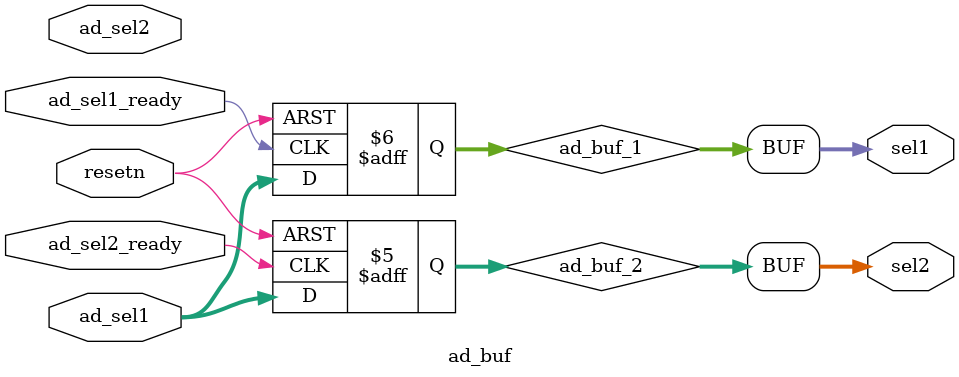
<source format=v>
`timescale 1ns / 1ps
module ad_buf # (
    parameter N = 8
) (
    input  wire resetn,
    input  wire [N-1:0] ad_sel1,
    input  wire [N-1:0] ad_sel2,
    input  wire ad_sel1_ready,
    input  wire ad_sel2_ready,
    output wire [N-1:0] sel1,
    output wire [N-1:0] sel2
);
    reg [N-1:0] ad_buf_1;
    reg [N-1:0] ad_buf_2;
    // wire ready1;
    // wire ready2;
    // assign ready1 = (~resetn) & ad_sel1_ready;
    // assign ready2 = (~resetn) & ad_sel2_ready;
    // always @ (negedge resetn) begin
    //     ad_buf_1 <= 0;
    //     ad_buf_2 <= 0;
    // end

    always @ (posedge ad_sel1_ready or negedge resetn) begin
        if (~resetn) begin
            ad_buf_1 <= 0;
        end
        else begin
            ad_buf_1 <= ad_sel1;
        end
    end

    always @ (posedge ad_sel2_ready or negedge resetn) begin
        if (~resetn) begin
            ad_buf_2 <= 0;
        end
        else begin
            ad_buf_2 <= ad_sel1;
        end
    end

    assign sel1 = ad_buf_1;
    assign sel2 = ad_buf_2;
endmodule

</source>
